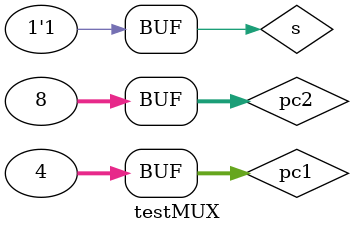
<source format=sv>
module testMUX();

logic [31:0] pc1;
logic [31:0] pc2;
logic s;
logic [31:0] Out;

muxARM #(32) mux2(pc1,pc2,s,Out);



initial begin
	
	pc1=32'd4;
	pc2=32'd8;
	#10
	s=0;
	#15;
	s=1;
	#15;

end

endmodule

</source>
